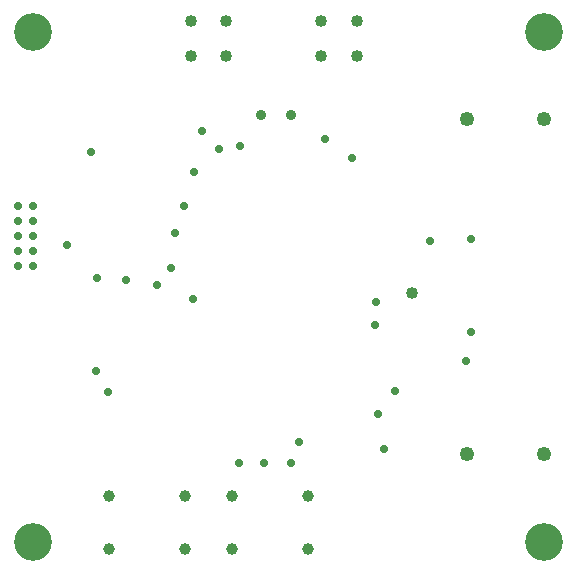
<source format=gbr>
%TF.GenerationSoftware,Altium Limited,Altium Designer,18.1.9 (240)*%
G04 Layer_Color=0*
%FSLAX26Y26*%
%MOIN*%
%TF.FileFunction,Plated,1,2,PTH,Drill*%
%TF.Part,Single*%
G01*
G75*
%TA.AperFunction,ComponentDrill*%
%ADD70C,0.040000*%
%ADD71C,0.040000*%
%ADD72C,0.028000*%
%ADD73C,0.049213*%
%ADD74C,0.035433*%
%ADD75C,0.038976*%
%TA.AperFunction,ViaDrill,NotFilled*%
%ADD76C,0.028000*%
%ADD77C,0.126000*%
D70*
X3469055Y4059055D02*
D03*
Y3940945D02*
D03*
X3350945Y4059055D02*
D03*
Y3940945D02*
D03*
X3785945D02*
D03*
Y4059055D02*
D03*
X3904055Y3940945D02*
D03*
Y4059055D02*
D03*
D71*
X4090000Y3149979D02*
D03*
D72*
X2825000Y3240000D02*
D03*
X2775000D02*
D03*
X2825000Y3290000D02*
D03*
X2775000D02*
D03*
X2825000Y3340000D02*
D03*
X2775000D02*
D03*
X2825000Y3390000D02*
D03*
X2775000D02*
D03*
X2825000Y3440000D02*
D03*
X2775000D02*
D03*
D73*
X4528504Y3730000D02*
D03*
X4272598D02*
D03*
Y2615000D02*
D03*
X4528504D02*
D03*
D74*
X3585000Y3745000D02*
D03*
X3685000D02*
D03*
D75*
X3077047Y2473583D02*
D03*
X3332953D02*
D03*
X3077047Y2296417D02*
D03*
X3332953D02*
D03*
X3742953D02*
D03*
X3487047D02*
D03*
X3742953Y2473583D02*
D03*
X3487047D02*
D03*
D76*
X3240000Y3177057D02*
D03*
X3713303Y2655900D02*
D03*
X3515000Y3642974D02*
D03*
X4033318Y2825000D02*
D03*
X3329366Y3440000D02*
D03*
X3360000Y3130000D02*
D03*
X3135000Y3196000D02*
D03*
X3890000Y3601373D02*
D03*
X3039370Y3200000D02*
D03*
X2937614Y3312169D02*
D03*
X4285000Y3330000D02*
D03*
X3995000Y2630000D02*
D03*
X3595000Y2585536D02*
D03*
X3512362Y2585000D02*
D03*
X3975000Y2749088D02*
D03*
X3685000Y2585000D02*
D03*
X4285000Y3020000D02*
D03*
X4150000Y3325000D02*
D03*
X3362953Y3555000D02*
D03*
X3970000Y3120000D02*
D03*
X4270000Y2925000D02*
D03*
X3965000Y3045000D02*
D03*
X3390000Y3690000D02*
D03*
X3075000Y2820000D02*
D03*
X3036338Y2890000D02*
D03*
X3445000Y3631575D02*
D03*
X3017831Y3620512D02*
D03*
X3285000Y3235000D02*
D03*
X3300000Y3350000D02*
D03*
X3798117Y3665000D02*
D03*
D77*
X2825000Y4020000D02*
D03*
X4530000Y2320000D02*
D03*
Y4020000D02*
D03*
X2825000Y2320000D02*
D03*
%TF.MD5,e248a19179ae5a6305d3cf6504a114af*%
M02*

</source>
